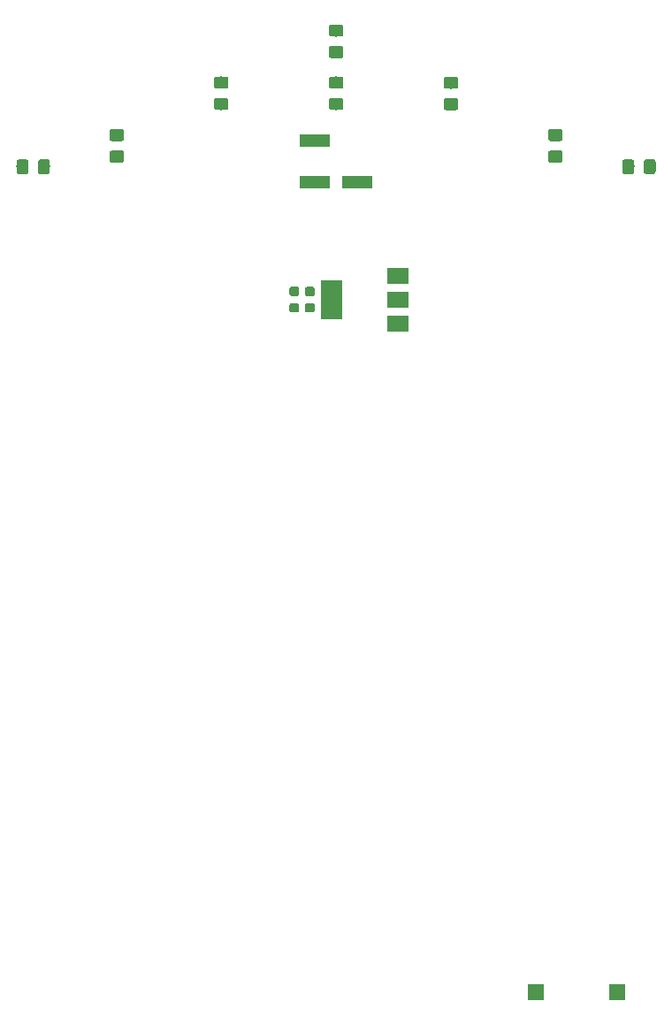
<source format=gbr>
G04 #@! TF.GenerationSoftware,KiCad,Pcbnew,(5.0.1)-3*
G04 #@! TF.CreationDate,2022-06-15T15:11:29+08:00*
G04 #@! TF.ProjectId,Micromouse_V01,4D6963726F6D6F7573655F5630312E6B,rev?*
G04 #@! TF.SameCoordinates,Original*
G04 #@! TF.FileFunction,Paste,Top*
G04 #@! TF.FilePolarity,Positive*
%FSLAX46Y46*%
G04 Gerber Fmt 4.6, Leading zero omitted, Abs format (unit mm)*
G04 Created by KiCad (PCBNEW (5.0.1)-3) date 15-Jun-22 3:11:29 PM*
%MOMM*%
%LPD*%
G01*
G04 APERTURE LIST*
%ADD10R,3.000000X1.250000*%
%ADD11C,0.100000*%
%ADD12C,0.875000*%
%ADD13R,2.000000X1.500000*%
%ADD14R,2.000000X3.800000*%
%ADD15C,1.150000*%
%ADD16R,1.500000X1.500000*%
G04 APERTURE END LIST*
D10*
G04 #@! TO.C,BZ1*
X100000000Y-61500000D03*
X104000000Y-61500000D03*
X100000000Y-57500000D03*
G04 #@! TD*
D11*
G04 #@! TO.C,C1*
G36*
X98277691Y-71505742D02*
X98298926Y-71508892D01*
X98319750Y-71514108D01*
X98339962Y-71521340D01*
X98359368Y-71530519D01*
X98377781Y-71541555D01*
X98395024Y-71554343D01*
X98410930Y-71568759D01*
X98425346Y-71584665D01*
X98438134Y-71601908D01*
X98449170Y-71620321D01*
X98458349Y-71639727D01*
X98465581Y-71659939D01*
X98470797Y-71680763D01*
X98473947Y-71701998D01*
X98475000Y-71723439D01*
X98475000Y-72160939D01*
X98473947Y-72182380D01*
X98470797Y-72203615D01*
X98465581Y-72224439D01*
X98458349Y-72244651D01*
X98449170Y-72264057D01*
X98438134Y-72282470D01*
X98425346Y-72299713D01*
X98410930Y-72315619D01*
X98395024Y-72330035D01*
X98377781Y-72342823D01*
X98359368Y-72353859D01*
X98339962Y-72363038D01*
X98319750Y-72370270D01*
X98298926Y-72375486D01*
X98277691Y-72378636D01*
X98256250Y-72379689D01*
X97743750Y-72379689D01*
X97722309Y-72378636D01*
X97701074Y-72375486D01*
X97680250Y-72370270D01*
X97660038Y-72363038D01*
X97640632Y-72353859D01*
X97622219Y-72342823D01*
X97604976Y-72330035D01*
X97589070Y-72315619D01*
X97574654Y-72299713D01*
X97561866Y-72282470D01*
X97550830Y-72264057D01*
X97541651Y-72244651D01*
X97534419Y-72224439D01*
X97529203Y-72203615D01*
X97526053Y-72182380D01*
X97525000Y-72160939D01*
X97525000Y-71723439D01*
X97526053Y-71701998D01*
X97529203Y-71680763D01*
X97534419Y-71659939D01*
X97541651Y-71639727D01*
X97550830Y-71620321D01*
X97561866Y-71601908D01*
X97574654Y-71584665D01*
X97589070Y-71568759D01*
X97604976Y-71554343D01*
X97622219Y-71541555D01*
X97640632Y-71530519D01*
X97660038Y-71521340D01*
X97680250Y-71514108D01*
X97701074Y-71508892D01*
X97722309Y-71505742D01*
X97743750Y-71504689D01*
X98256250Y-71504689D01*
X98277691Y-71505742D01*
X98277691Y-71505742D01*
G37*
D12*
X98000000Y-71942189D03*
D11*
G36*
X98277691Y-73080742D02*
X98298926Y-73083892D01*
X98319750Y-73089108D01*
X98339962Y-73096340D01*
X98359368Y-73105519D01*
X98377781Y-73116555D01*
X98395024Y-73129343D01*
X98410930Y-73143759D01*
X98425346Y-73159665D01*
X98438134Y-73176908D01*
X98449170Y-73195321D01*
X98458349Y-73214727D01*
X98465581Y-73234939D01*
X98470797Y-73255763D01*
X98473947Y-73276998D01*
X98475000Y-73298439D01*
X98475000Y-73735939D01*
X98473947Y-73757380D01*
X98470797Y-73778615D01*
X98465581Y-73799439D01*
X98458349Y-73819651D01*
X98449170Y-73839057D01*
X98438134Y-73857470D01*
X98425346Y-73874713D01*
X98410930Y-73890619D01*
X98395024Y-73905035D01*
X98377781Y-73917823D01*
X98359368Y-73928859D01*
X98339962Y-73938038D01*
X98319750Y-73945270D01*
X98298926Y-73950486D01*
X98277691Y-73953636D01*
X98256250Y-73954689D01*
X97743750Y-73954689D01*
X97722309Y-73953636D01*
X97701074Y-73950486D01*
X97680250Y-73945270D01*
X97660038Y-73938038D01*
X97640632Y-73928859D01*
X97622219Y-73917823D01*
X97604976Y-73905035D01*
X97589070Y-73890619D01*
X97574654Y-73874713D01*
X97561866Y-73857470D01*
X97550830Y-73839057D01*
X97541651Y-73819651D01*
X97534419Y-73799439D01*
X97529203Y-73778615D01*
X97526053Y-73757380D01*
X97525000Y-73735939D01*
X97525000Y-73298439D01*
X97526053Y-73276998D01*
X97529203Y-73255763D01*
X97534419Y-73234939D01*
X97541651Y-73214727D01*
X97550830Y-73195321D01*
X97561866Y-73176908D01*
X97574654Y-73159665D01*
X97589070Y-73143759D01*
X97604976Y-73129343D01*
X97622219Y-73116555D01*
X97640632Y-73105519D01*
X97660038Y-73096340D01*
X97680250Y-73089108D01*
X97701074Y-73083892D01*
X97722309Y-73080742D01*
X97743750Y-73079689D01*
X98256250Y-73079689D01*
X98277691Y-73080742D01*
X98277691Y-73080742D01*
G37*
D12*
X98000000Y-73517189D03*
G04 #@! TD*
D11*
G04 #@! TO.C,C2*
G36*
X99758359Y-73080742D02*
X99779594Y-73083892D01*
X99800418Y-73089108D01*
X99820630Y-73096340D01*
X99840036Y-73105519D01*
X99858449Y-73116555D01*
X99875692Y-73129343D01*
X99891598Y-73143759D01*
X99906014Y-73159665D01*
X99918802Y-73176908D01*
X99929838Y-73195321D01*
X99939017Y-73214727D01*
X99946249Y-73234939D01*
X99951465Y-73255763D01*
X99954615Y-73276998D01*
X99955668Y-73298439D01*
X99955668Y-73735939D01*
X99954615Y-73757380D01*
X99951465Y-73778615D01*
X99946249Y-73799439D01*
X99939017Y-73819651D01*
X99929838Y-73839057D01*
X99918802Y-73857470D01*
X99906014Y-73874713D01*
X99891598Y-73890619D01*
X99875692Y-73905035D01*
X99858449Y-73917823D01*
X99840036Y-73928859D01*
X99820630Y-73938038D01*
X99800418Y-73945270D01*
X99779594Y-73950486D01*
X99758359Y-73953636D01*
X99736918Y-73954689D01*
X99224418Y-73954689D01*
X99202977Y-73953636D01*
X99181742Y-73950486D01*
X99160918Y-73945270D01*
X99140706Y-73938038D01*
X99121300Y-73928859D01*
X99102887Y-73917823D01*
X99085644Y-73905035D01*
X99069738Y-73890619D01*
X99055322Y-73874713D01*
X99042534Y-73857470D01*
X99031498Y-73839057D01*
X99022319Y-73819651D01*
X99015087Y-73799439D01*
X99009871Y-73778615D01*
X99006721Y-73757380D01*
X99005668Y-73735939D01*
X99005668Y-73298439D01*
X99006721Y-73276998D01*
X99009871Y-73255763D01*
X99015087Y-73234939D01*
X99022319Y-73214727D01*
X99031498Y-73195321D01*
X99042534Y-73176908D01*
X99055322Y-73159665D01*
X99069738Y-73143759D01*
X99085644Y-73129343D01*
X99102887Y-73116555D01*
X99121300Y-73105519D01*
X99140706Y-73096340D01*
X99160918Y-73089108D01*
X99181742Y-73083892D01*
X99202977Y-73080742D01*
X99224418Y-73079689D01*
X99736918Y-73079689D01*
X99758359Y-73080742D01*
X99758359Y-73080742D01*
G37*
D12*
X99480668Y-73517189D03*
D11*
G36*
X99758359Y-71505742D02*
X99779594Y-71508892D01*
X99800418Y-71514108D01*
X99820630Y-71521340D01*
X99840036Y-71530519D01*
X99858449Y-71541555D01*
X99875692Y-71554343D01*
X99891598Y-71568759D01*
X99906014Y-71584665D01*
X99918802Y-71601908D01*
X99929838Y-71620321D01*
X99939017Y-71639727D01*
X99946249Y-71659939D01*
X99951465Y-71680763D01*
X99954615Y-71701998D01*
X99955668Y-71723439D01*
X99955668Y-72160939D01*
X99954615Y-72182380D01*
X99951465Y-72203615D01*
X99946249Y-72224439D01*
X99939017Y-72244651D01*
X99929838Y-72264057D01*
X99918802Y-72282470D01*
X99906014Y-72299713D01*
X99891598Y-72315619D01*
X99875692Y-72330035D01*
X99858449Y-72342823D01*
X99840036Y-72353859D01*
X99820630Y-72363038D01*
X99800418Y-72370270D01*
X99779594Y-72375486D01*
X99758359Y-72378636D01*
X99736918Y-72379689D01*
X99224418Y-72379689D01*
X99202977Y-72378636D01*
X99181742Y-72375486D01*
X99160918Y-72370270D01*
X99140706Y-72363038D01*
X99121300Y-72353859D01*
X99102887Y-72342823D01*
X99085644Y-72330035D01*
X99069738Y-72315619D01*
X99055322Y-72299713D01*
X99042534Y-72282470D01*
X99031498Y-72264057D01*
X99022319Y-72244651D01*
X99015087Y-72224439D01*
X99009871Y-72203615D01*
X99006721Y-72182380D01*
X99005668Y-72160939D01*
X99005668Y-71723439D01*
X99006721Y-71701998D01*
X99009871Y-71680763D01*
X99015087Y-71659939D01*
X99022319Y-71639727D01*
X99031498Y-71620321D01*
X99042534Y-71601908D01*
X99055322Y-71584665D01*
X99069738Y-71568759D01*
X99085644Y-71554343D01*
X99102887Y-71541555D01*
X99121300Y-71530519D01*
X99140706Y-71521340D01*
X99160918Y-71514108D01*
X99181742Y-71508892D01*
X99202977Y-71505742D01*
X99224418Y-71504689D01*
X99736918Y-71504689D01*
X99758359Y-71505742D01*
X99758359Y-71505742D01*
G37*
D12*
X99480668Y-71942189D03*
G04 #@! TD*
D13*
G04 #@! TO.C,U1*
X107880668Y-75029689D03*
X107880668Y-70429689D03*
X107880668Y-72729689D03*
D14*
X101580668Y-72729689D03*
G04 #@! TD*
D11*
G04 #@! TO.C,D1*
G36*
X72324505Y-59301204D02*
X72348773Y-59304804D01*
X72372572Y-59310765D01*
X72395671Y-59319030D01*
X72417850Y-59329520D01*
X72438893Y-59342132D01*
X72458599Y-59356747D01*
X72476777Y-59373223D01*
X72493253Y-59391401D01*
X72507868Y-59411107D01*
X72520480Y-59432150D01*
X72530970Y-59454329D01*
X72539235Y-59477428D01*
X72545196Y-59501227D01*
X72548796Y-59525495D01*
X72550000Y-59549999D01*
X72550000Y-60450001D01*
X72548796Y-60474505D01*
X72545196Y-60498773D01*
X72539235Y-60522572D01*
X72530970Y-60545671D01*
X72520480Y-60567850D01*
X72507868Y-60588893D01*
X72493253Y-60608599D01*
X72476777Y-60626777D01*
X72458599Y-60643253D01*
X72438893Y-60657868D01*
X72417850Y-60670480D01*
X72395671Y-60680970D01*
X72372572Y-60689235D01*
X72348773Y-60695196D01*
X72324505Y-60698796D01*
X72300001Y-60700000D01*
X71649999Y-60700000D01*
X71625495Y-60698796D01*
X71601227Y-60695196D01*
X71577428Y-60689235D01*
X71554329Y-60680970D01*
X71532150Y-60670480D01*
X71511107Y-60657868D01*
X71491401Y-60643253D01*
X71473223Y-60626777D01*
X71456747Y-60608599D01*
X71442132Y-60588893D01*
X71429520Y-60567850D01*
X71419030Y-60545671D01*
X71410765Y-60522572D01*
X71404804Y-60498773D01*
X71401204Y-60474505D01*
X71400000Y-60450001D01*
X71400000Y-59549999D01*
X71401204Y-59525495D01*
X71404804Y-59501227D01*
X71410765Y-59477428D01*
X71419030Y-59454329D01*
X71429520Y-59432150D01*
X71442132Y-59411107D01*
X71456747Y-59391401D01*
X71473223Y-59373223D01*
X71491401Y-59356747D01*
X71511107Y-59342132D01*
X71532150Y-59329520D01*
X71554329Y-59319030D01*
X71577428Y-59310765D01*
X71601227Y-59304804D01*
X71625495Y-59301204D01*
X71649999Y-59300000D01*
X72300001Y-59300000D01*
X72324505Y-59301204D01*
X72324505Y-59301204D01*
G37*
D15*
X71975000Y-60000000D03*
D11*
G36*
X74374505Y-59301204D02*
X74398773Y-59304804D01*
X74422572Y-59310765D01*
X74445671Y-59319030D01*
X74467850Y-59329520D01*
X74488893Y-59342132D01*
X74508599Y-59356747D01*
X74526777Y-59373223D01*
X74543253Y-59391401D01*
X74557868Y-59411107D01*
X74570480Y-59432150D01*
X74580970Y-59454329D01*
X74589235Y-59477428D01*
X74595196Y-59501227D01*
X74598796Y-59525495D01*
X74600000Y-59549999D01*
X74600000Y-60450001D01*
X74598796Y-60474505D01*
X74595196Y-60498773D01*
X74589235Y-60522572D01*
X74580970Y-60545671D01*
X74570480Y-60567850D01*
X74557868Y-60588893D01*
X74543253Y-60608599D01*
X74526777Y-60626777D01*
X74508599Y-60643253D01*
X74488893Y-60657868D01*
X74467850Y-60670480D01*
X74445671Y-60680970D01*
X74422572Y-60689235D01*
X74398773Y-60695196D01*
X74374505Y-60698796D01*
X74350001Y-60700000D01*
X73699999Y-60700000D01*
X73675495Y-60698796D01*
X73651227Y-60695196D01*
X73627428Y-60689235D01*
X73604329Y-60680970D01*
X73582150Y-60670480D01*
X73561107Y-60657868D01*
X73541401Y-60643253D01*
X73523223Y-60626777D01*
X73506747Y-60608599D01*
X73492132Y-60588893D01*
X73479520Y-60567850D01*
X73469030Y-60545671D01*
X73460765Y-60522572D01*
X73454804Y-60498773D01*
X73451204Y-60474505D01*
X73450000Y-60450001D01*
X73450000Y-59549999D01*
X73451204Y-59525495D01*
X73454804Y-59501227D01*
X73460765Y-59477428D01*
X73469030Y-59454329D01*
X73479520Y-59432150D01*
X73492132Y-59411107D01*
X73506747Y-59391401D01*
X73523223Y-59373223D01*
X73541401Y-59356747D01*
X73561107Y-59342132D01*
X73582150Y-59329520D01*
X73604329Y-59319030D01*
X73627428Y-59310765D01*
X73651227Y-59304804D01*
X73675495Y-59301204D01*
X73699999Y-59300000D01*
X74350001Y-59300000D01*
X74374505Y-59301204D01*
X74374505Y-59301204D01*
G37*
D15*
X74025000Y-60000000D03*
G04 #@! TD*
D11*
G04 #@! TO.C,D2*
G36*
X102474505Y-46401204D02*
X102498773Y-46404804D01*
X102522572Y-46410765D01*
X102545671Y-46419030D01*
X102567850Y-46429520D01*
X102588893Y-46442132D01*
X102608599Y-46456747D01*
X102626777Y-46473223D01*
X102643253Y-46491401D01*
X102657868Y-46511107D01*
X102670480Y-46532150D01*
X102680970Y-46554329D01*
X102689235Y-46577428D01*
X102695196Y-46601227D01*
X102698796Y-46625495D01*
X102700000Y-46649999D01*
X102700000Y-47300001D01*
X102698796Y-47324505D01*
X102695196Y-47348773D01*
X102689235Y-47372572D01*
X102680970Y-47395671D01*
X102670480Y-47417850D01*
X102657868Y-47438893D01*
X102643253Y-47458599D01*
X102626777Y-47476777D01*
X102608599Y-47493253D01*
X102588893Y-47507868D01*
X102567850Y-47520480D01*
X102545671Y-47530970D01*
X102522572Y-47539235D01*
X102498773Y-47545196D01*
X102474505Y-47548796D01*
X102450001Y-47550000D01*
X101549999Y-47550000D01*
X101525495Y-47548796D01*
X101501227Y-47545196D01*
X101477428Y-47539235D01*
X101454329Y-47530970D01*
X101432150Y-47520480D01*
X101411107Y-47507868D01*
X101391401Y-47493253D01*
X101373223Y-47476777D01*
X101356747Y-47458599D01*
X101342132Y-47438893D01*
X101329520Y-47417850D01*
X101319030Y-47395671D01*
X101310765Y-47372572D01*
X101304804Y-47348773D01*
X101301204Y-47324505D01*
X101300000Y-47300001D01*
X101300000Y-46649999D01*
X101301204Y-46625495D01*
X101304804Y-46601227D01*
X101310765Y-46577428D01*
X101319030Y-46554329D01*
X101329520Y-46532150D01*
X101342132Y-46511107D01*
X101356747Y-46491401D01*
X101373223Y-46473223D01*
X101391401Y-46456747D01*
X101411107Y-46442132D01*
X101432150Y-46429520D01*
X101454329Y-46419030D01*
X101477428Y-46410765D01*
X101501227Y-46404804D01*
X101525495Y-46401204D01*
X101549999Y-46400000D01*
X102450001Y-46400000D01*
X102474505Y-46401204D01*
X102474505Y-46401204D01*
G37*
D15*
X102000000Y-46975000D03*
D11*
G36*
X102474505Y-48451204D02*
X102498773Y-48454804D01*
X102522572Y-48460765D01*
X102545671Y-48469030D01*
X102567850Y-48479520D01*
X102588893Y-48492132D01*
X102608599Y-48506747D01*
X102626777Y-48523223D01*
X102643253Y-48541401D01*
X102657868Y-48561107D01*
X102670480Y-48582150D01*
X102680970Y-48604329D01*
X102689235Y-48627428D01*
X102695196Y-48651227D01*
X102698796Y-48675495D01*
X102700000Y-48699999D01*
X102700000Y-49350001D01*
X102698796Y-49374505D01*
X102695196Y-49398773D01*
X102689235Y-49422572D01*
X102680970Y-49445671D01*
X102670480Y-49467850D01*
X102657868Y-49488893D01*
X102643253Y-49508599D01*
X102626777Y-49526777D01*
X102608599Y-49543253D01*
X102588893Y-49557868D01*
X102567850Y-49570480D01*
X102545671Y-49580970D01*
X102522572Y-49589235D01*
X102498773Y-49595196D01*
X102474505Y-49598796D01*
X102450001Y-49600000D01*
X101549999Y-49600000D01*
X101525495Y-49598796D01*
X101501227Y-49595196D01*
X101477428Y-49589235D01*
X101454329Y-49580970D01*
X101432150Y-49570480D01*
X101411107Y-49557868D01*
X101391401Y-49543253D01*
X101373223Y-49526777D01*
X101356747Y-49508599D01*
X101342132Y-49488893D01*
X101329520Y-49467850D01*
X101319030Y-49445671D01*
X101310765Y-49422572D01*
X101304804Y-49398773D01*
X101301204Y-49374505D01*
X101300000Y-49350001D01*
X101300000Y-48699999D01*
X101301204Y-48675495D01*
X101304804Y-48651227D01*
X101310765Y-48627428D01*
X101319030Y-48604329D01*
X101329520Y-48582150D01*
X101342132Y-48561107D01*
X101356747Y-48541401D01*
X101373223Y-48523223D01*
X101391401Y-48506747D01*
X101411107Y-48492132D01*
X101432150Y-48479520D01*
X101454329Y-48469030D01*
X101477428Y-48460765D01*
X101501227Y-48454804D01*
X101525495Y-48451204D01*
X101549999Y-48450000D01*
X102450001Y-48450000D01*
X102474505Y-48451204D01*
X102474505Y-48451204D01*
G37*
D15*
X102000000Y-49025000D03*
G04 #@! TD*
D11*
G04 #@! TO.C,D3*
G36*
X130324505Y-59301204D02*
X130348773Y-59304804D01*
X130372572Y-59310765D01*
X130395671Y-59319030D01*
X130417850Y-59329520D01*
X130438893Y-59342132D01*
X130458599Y-59356747D01*
X130476777Y-59373223D01*
X130493253Y-59391401D01*
X130507868Y-59411107D01*
X130520480Y-59432150D01*
X130530970Y-59454329D01*
X130539235Y-59477428D01*
X130545196Y-59501227D01*
X130548796Y-59525495D01*
X130550000Y-59549999D01*
X130550000Y-60450001D01*
X130548796Y-60474505D01*
X130545196Y-60498773D01*
X130539235Y-60522572D01*
X130530970Y-60545671D01*
X130520480Y-60567850D01*
X130507868Y-60588893D01*
X130493253Y-60608599D01*
X130476777Y-60626777D01*
X130458599Y-60643253D01*
X130438893Y-60657868D01*
X130417850Y-60670480D01*
X130395671Y-60680970D01*
X130372572Y-60689235D01*
X130348773Y-60695196D01*
X130324505Y-60698796D01*
X130300001Y-60700000D01*
X129649999Y-60700000D01*
X129625495Y-60698796D01*
X129601227Y-60695196D01*
X129577428Y-60689235D01*
X129554329Y-60680970D01*
X129532150Y-60670480D01*
X129511107Y-60657868D01*
X129491401Y-60643253D01*
X129473223Y-60626777D01*
X129456747Y-60608599D01*
X129442132Y-60588893D01*
X129429520Y-60567850D01*
X129419030Y-60545671D01*
X129410765Y-60522572D01*
X129404804Y-60498773D01*
X129401204Y-60474505D01*
X129400000Y-60450001D01*
X129400000Y-59549999D01*
X129401204Y-59525495D01*
X129404804Y-59501227D01*
X129410765Y-59477428D01*
X129419030Y-59454329D01*
X129429520Y-59432150D01*
X129442132Y-59411107D01*
X129456747Y-59391401D01*
X129473223Y-59373223D01*
X129491401Y-59356747D01*
X129511107Y-59342132D01*
X129532150Y-59329520D01*
X129554329Y-59319030D01*
X129577428Y-59310765D01*
X129601227Y-59304804D01*
X129625495Y-59301204D01*
X129649999Y-59300000D01*
X130300001Y-59300000D01*
X130324505Y-59301204D01*
X130324505Y-59301204D01*
G37*
D15*
X129975000Y-60000000D03*
D11*
G36*
X132374505Y-59301204D02*
X132398773Y-59304804D01*
X132422572Y-59310765D01*
X132445671Y-59319030D01*
X132467850Y-59329520D01*
X132488893Y-59342132D01*
X132508599Y-59356747D01*
X132526777Y-59373223D01*
X132543253Y-59391401D01*
X132557868Y-59411107D01*
X132570480Y-59432150D01*
X132580970Y-59454329D01*
X132589235Y-59477428D01*
X132595196Y-59501227D01*
X132598796Y-59525495D01*
X132600000Y-59549999D01*
X132600000Y-60450001D01*
X132598796Y-60474505D01*
X132595196Y-60498773D01*
X132589235Y-60522572D01*
X132580970Y-60545671D01*
X132570480Y-60567850D01*
X132557868Y-60588893D01*
X132543253Y-60608599D01*
X132526777Y-60626777D01*
X132508599Y-60643253D01*
X132488893Y-60657868D01*
X132467850Y-60670480D01*
X132445671Y-60680970D01*
X132422572Y-60689235D01*
X132398773Y-60695196D01*
X132374505Y-60698796D01*
X132350001Y-60700000D01*
X131699999Y-60700000D01*
X131675495Y-60698796D01*
X131651227Y-60695196D01*
X131627428Y-60689235D01*
X131604329Y-60680970D01*
X131582150Y-60670480D01*
X131561107Y-60657868D01*
X131541401Y-60643253D01*
X131523223Y-60626777D01*
X131506747Y-60608599D01*
X131492132Y-60588893D01*
X131479520Y-60567850D01*
X131469030Y-60545671D01*
X131460765Y-60522572D01*
X131454804Y-60498773D01*
X131451204Y-60474505D01*
X131450000Y-60450001D01*
X131450000Y-59549999D01*
X131451204Y-59525495D01*
X131454804Y-59501227D01*
X131460765Y-59477428D01*
X131469030Y-59454329D01*
X131479520Y-59432150D01*
X131492132Y-59411107D01*
X131506747Y-59391401D01*
X131523223Y-59373223D01*
X131541401Y-59356747D01*
X131561107Y-59342132D01*
X131582150Y-59329520D01*
X131604329Y-59319030D01*
X131627428Y-59310765D01*
X131651227Y-59304804D01*
X131675495Y-59301204D01*
X131699999Y-59300000D01*
X132350001Y-59300000D01*
X132374505Y-59301204D01*
X132374505Y-59301204D01*
G37*
D15*
X132025000Y-60000000D03*
G04 #@! TD*
D11*
G04 #@! TO.C,D4*
G36*
X81474505Y-56401204D02*
X81498773Y-56404804D01*
X81522572Y-56410765D01*
X81545671Y-56419030D01*
X81567850Y-56429520D01*
X81588893Y-56442132D01*
X81608599Y-56456747D01*
X81626777Y-56473223D01*
X81643253Y-56491401D01*
X81657868Y-56511107D01*
X81670480Y-56532150D01*
X81680970Y-56554329D01*
X81689235Y-56577428D01*
X81695196Y-56601227D01*
X81698796Y-56625495D01*
X81700000Y-56649999D01*
X81700000Y-57300001D01*
X81698796Y-57324505D01*
X81695196Y-57348773D01*
X81689235Y-57372572D01*
X81680970Y-57395671D01*
X81670480Y-57417850D01*
X81657868Y-57438893D01*
X81643253Y-57458599D01*
X81626777Y-57476777D01*
X81608599Y-57493253D01*
X81588893Y-57507868D01*
X81567850Y-57520480D01*
X81545671Y-57530970D01*
X81522572Y-57539235D01*
X81498773Y-57545196D01*
X81474505Y-57548796D01*
X81450001Y-57550000D01*
X80549999Y-57550000D01*
X80525495Y-57548796D01*
X80501227Y-57545196D01*
X80477428Y-57539235D01*
X80454329Y-57530970D01*
X80432150Y-57520480D01*
X80411107Y-57507868D01*
X80391401Y-57493253D01*
X80373223Y-57476777D01*
X80356747Y-57458599D01*
X80342132Y-57438893D01*
X80329520Y-57417850D01*
X80319030Y-57395671D01*
X80310765Y-57372572D01*
X80304804Y-57348773D01*
X80301204Y-57324505D01*
X80300000Y-57300001D01*
X80300000Y-56649999D01*
X80301204Y-56625495D01*
X80304804Y-56601227D01*
X80310765Y-56577428D01*
X80319030Y-56554329D01*
X80329520Y-56532150D01*
X80342132Y-56511107D01*
X80356747Y-56491401D01*
X80373223Y-56473223D01*
X80391401Y-56456747D01*
X80411107Y-56442132D01*
X80432150Y-56429520D01*
X80454329Y-56419030D01*
X80477428Y-56410765D01*
X80501227Y-56404804D01*
X80525495Y-56401204D01*
X80549999Y-56400000D01*
X81450001Y-56400000D01*
X81474505Y-56401204D01*
X81474505Y-56401204D01*
G37*
D15*
X81000000Y-56975000D03*
D11*
G36*
X81474505Y-58451204D02*
X81498773Y-58454804D01*
X81522572Y-58460765D01*
X81545671Y-58469030D01*
X81567850Y-58479520D01*
X81588893Y-58492132D01*
X81608599Y-58506747D01*
X81626777Y-58523223D01*
X81643253Y-58541401D01*
X81657868Y-58561107D01*
X81670480Y-58582150D01*
X81680970Y-58604329D01*
X81689235Y-58627428D01*
X81695196Y-58651227D01*
X81698796Y-58675495D01*
X81700000Y-58699999D01*
X81700000Y-59350001D01*
X81698796Y-59374505D01*
X81695196Y-59398773D01*
X81689235Y-59422572D01*
X81680970Y-59445671D01*
X81670480Y-59467850D01*
X81657868Y-59488893D01*
X81643253Y-59508599D01*
X81626777Y-59526777D01*
X81608599Y-59543253D01*
X81588893Y-59557868D01*
X81567850Y-59570480D01*
X81545671Y-59580970D01*
X81522572Y-59589235D01*
X81498773Y-59595196D01*
X81474505Y-59598796D01*
X81450001Y-59600000D01*
X80549999Y-59600000D01*
X80525495Y-59598796D01*
X80501227Y-59595196D01*
X80477428Y-59589235D01*
X80454329Y-59580970D01*
X80432150Y-59570480D01*
X80411107Y-59557868D01*
X80391401Y-59543253D01*
X80373223Y-59526777D01*
X80356747Y-59508599D01*
X80342132Y-59488893D01*
X80329520Y-59467850D01*
X80319030Y-59445671D01*
X80310765Y-59422572D01*
X80304804Y-59398773D01*
X80301204Y-59374505D01*
X80300000Y-59350001D01*
X80300000Y-58699999D01*
X80301204Y-58675495D01*
X80304804Y-58651227D01*
X80310765Y-58627428D01*
X80319030Y-58604329D01*
X80329520Y-58582150D01*
X80342132Y-58561107D01*
X80356747Y-58541401D01*
X80373223Y-58523223D01*
X80391401Y-58506747D01*
X80411107Y-58492132D01*
X80432150Y-58479520D01*
X80454329Y-58469030D01*
X80477428Y-58460765D01*
X80501227Y-58454804D01*
X80525495Y-58451204D01*
X80549999Y-58450000D01*
X81450001Y-58450000D01*
X81474505Y-58451204D01*
X81474505Y-58451204D01*
G37*
D15*
X81000000Y-59025000D03*
G04 #@! TD*
D11*
G04 #@! TO.C,D5*
G36*
X91474505Y-53426204D02*
X91498773Y-53429804D01*
X91522572Y-53435765D01*
X91545671Y-53444030D01*
X91567850Y-53454520D01*
X91588893Y-53467132D01*
X91608599Y-53481747D01*
X91626777Y-53498223D01*
X91643253Y-53516401D01*
X91657868Y-53536107D01*
X91670480Y-53557150D01*
X91680970Y-53579329D01*
X91689235Y-53602428D01*
X91695196Y-53626227D01*
X91698796Y-53650495D01*
X91700000Y-53674999D01*
X91700000Y-54325001D01*
X91698796Y-54349505D01*
X91695196Y-54373773D01*
X91689235Y-54397572D01*
X91680970Y-54420671D01*
X91670480Y-54442850D01*
X91657868Y-54463893D01*
X91643253Y-54483599D01*
X91626777Y-54501777D01*
X91608599Y-54518253D01*
X91588893Y-54532868D01*
X91567850Y-54545480D01*
X91545671Y-54555970D01*
X91522572Y-54564235D01*
X91498773Y-54570196D01*
X91474505Y-54573796D01*
X91450001Y-54575000D01*
X90549999Y-54575000D01*
X90525495Y-54573796D01*
X90501227Y-54570196D01*
X90477428Y-54564235D01*
X90454329Y-54555970D01*
X90432150Y-54545480D01*
X90411107Y-54532868D01*
X90391401Y-54518253D01*
X90373223Y-54501777D01*
X90356747Y-54483599D01*
X90342132Y-54463893D01*
X90329520Y-54442850D01*
X90319030Y-54420671D01*
X90310765Y-54397572D01*
X90304804Y-54373773D01*
X90301204Y-54349505D01*
X90300000Y-54325001D01*
X90300000Y-53674999D01*
X90301204Y-53650495D01*
X90304804Y-53626227D01*
X90310765Y-53602428D01*
X90319030Y-53579329D01*
X90329520Y-53557150D01*
X90342132Y-53536107D01*
X90356747Y-53516401D01*
X90373223Y-53498223D01*
X90391401Y-53481747D01*
X90411107Y-53467132D01*
X90432150Y-53454520D01*
X90454329Y-53444030D01*
X90477428Y-53435765D01*
X90501227Y-53429804D01*
X90525495Y-53426204D01*
X90549999Y-53425000D01*
X91450001Y-53425000D01*
X91474505Y-53426204D01*
X91474505Y-53426204D01*
G37*
D15*
X91000000Y-54000000D03*
D11*
G36*
X91474505Y-51376204D02*
X91498773Y-51379804D01*
X91522572Y-51385765D01*
X91545671Y-51394030D01*
X91567850Y-51404520D01*
X91588893Y-51417132D01*
X91608599Y-51431747D01*
X91626777Y-51448223D01*
X91643253Y-51466401D01*
X91657868Y-51486107D01*
X91670480Y-51507150D01*
X91680970Y-51529329D01*
X91689235Y-51552428D01*
X91695196Y-51576227D01*
X91698796Y-51600495D01*
X91700000Y-51624999D01*
X91700000Y-52275001D01*
X91698796Y-52299505D01*
X91695196Y-52323773D01*
X91689235Y-52347572D01*
X91680970Y-52370671D01*
X91670480Y-52392850D01*
X91657868Y-52413893D01*
X91643253Y-52433599D01*
X91626777Y-52451777D01*
X91608599Y-52468253D01*
X91588893Y-52482868D01*
X91567850Y-52495480D01*
X91545671Y-52505970D01*
X91522572Y-52514235D01*
X91498773Y-52520196D01*
X91474505Y-52523796D01*
X91450001Y-52525000D01*
X90549999Y-52525000D01*
X90525495Y-52523796D01*
X90501227Y-52520196D01*
X90477428Y-52514235D01*
X90454329Y-52505970D01*
X90432150Y-52495480D01*
X90411107Y-52482868D01*
X90391401Y-52468253D01*
X90373223Y-52451777D01*
X90356747Y-52433599D01*
X90342132Y-52413893D01*
X90329520Y-52392850D01*
X90319030Y-52370671D01*
X90310765Y-52347572D01*
X90304804Y-52323773D01*
X90301204Y-52299505D01*
X90300000Y-52275001D01*
X90300000Y-51624999D01*
X90301204Y-51600495D01*
X90304804Y-51576227D01*
X90310765Y-51552428D01*
X90319030Y-51529329D01*
X90329520Y-51507150D01*
X90342132Y-51486107D01*
X90356747Y-51466401D01*
X90373223Y-51448223D01*
X90391401Y-51431747D01*
X90411107Y-51417132D01*
X90432150Y-51404520D01*
X90454329Y-51394030D01*
X90477428Y-51385765D01*
X90501227Y-51379804D01*
X90525495Y-51376204D01*
X90549999Y-51375000D01*
X91450001Y-51375000D01*
X91474505Y-51376204D01*
X91474505Y-51376204D01*
G37*
D15*
X91000000Y-51950000D03*
G04 #@! TD*
D11*
G04 #@! TO.C,D6*
G36*
X102474505Y-51376204D02*
X102498773Y-51379804D01*
X102522572Y-51385765D01*
X102545671Y-51394030D01*
X102567850Y-51404520D01*
X102588893Y-51417132D01*
X102608599Y-51431747D01*
X102626777Y-51448223D01*
X102643253Y-51466401D01*
X102657868Y-51486107D01*
X102670480Y-51507150D01*
X102680970Y-51529329D01*
X102689235Y-51552428D01*
X102695196Y-51576227D01*
X102698796Y-51600495D01*
X102700000Y-51624999D01*
X102700000Y-52275001D01*
X102698796Y-52299505D01*
X102695196Y-52323773D01*
X102689235Y-52347572D01*
X102680970Y-52370671D01*
X102670480Y-52392850D01*
X102657868Y-52413893D01*
X102643253Y-52433599D01*
X102626777Y-52451777D01*
X102608599Y-52468253D01*
X102588893Y-52482868D01*
X102567850Y-52495480D01*
X102545671Y-52505970D01*
X102522572Y-52514235D01*
X102498773Y-52520196D01*
X102474505Y-52523796D01*
X102450001Y-52525000D01*
X101549999Y-52525000D01*
X101525495Y-52523796D01*
X101501227Y-52520196D01*
X101477428Y-52514235D01*
X101454329Y-52505970D01*
X101432150Y-52495480D01*
X101411107Y-52482868D01*
X101391401Y-52468253D01*
X101373223Y-52451777D01*
X101356747Y-52433599D01*
X101342132Y-52413893D01*
X101329520Y-52392850D01*
X101319030Y-52370671D01*
X101310765Y-52347572D01*
X101304804Y-52323773D01*
X101301204Y-52299505D01*
X101300000Y-52275001D01*
X101300000Y-51624999D01*
X101301204Y-51600495D01*
X101304804Y-51576227D01*
X101310765Y-51552428D01*
X101319030Y-51529329D01*
X101329520Y-51507150D01*
X101342132Y-51486107D01*
X101356747Y-51466401D01*
X101373223Y-51448223D01*
X101391401Y-51431747D01*
X101411107Y-51417132D01*
X101432150Y-51404520D01*
X101454329Y-51394030D01*
X101477428Y-51385765D01*
X101501227Y-51379804D01*
X101525495Y-51376204D01*
X101549999Y-51375000D01*
X102450001Y-51375000D01*
X102474505Y-51376204D01*
X102474505Y-51376204D01*
G37*
D15*
X102000000Y-51950000D03*
D11*
G36*
X102474505Y-53426204D02*
X102498773Y-53429804D01*
X102522572Y-53435765D01*
X102545671Y-53444030D01*
X102567850Y-53454520D01*
X102588893Y-53467132D01*
X102608599Y-53481747D01*
X102626777Y-53498223D01*
X102643253Y-53516401D01*
X102657868Y-53536107D01*
X102670480Y-53557150D01*
X102680970Y-53579329D01*
X102689235Y-53602428D01*
X102695196Y-53626227D01*
X102698796Y-53650495D01*
X102700000Y-53674999D01*
X102700000Y-54325001D01*
X102698796Y-54349505D01*
X102695196Y-54373773D01*
X102689235Y-54397572D01*
X102680970Y-54420671D01*
X102670480Y-54442850D01*
X102657868Y-54463893D01*
X102643253Y-54483599D01*
X102626777Y-54501777D01*
X102608599Y-54518253D01*
X102588893Y-54532868D01*
X102567850Y-54545480D01*
X102545671Y-54555970D01*
X102522572Y-54564235D01*
X102498773Y-54570196D01*
X102474505Y-54573796D01*
X102450001Y-54575000D01*
X101549999Y-54575000D01*
X101525495Y-54573796D01*
X101501227Y-54570196D01*
X101477428Y-54564235D01*
X101454329Y-54555970D01*
X101432150Y-54545480D01*
X101411107Y-54532868D01*
X101391401Y-54518253D01*
X101373223Y-54501777D01*
X101356747Y-54483599D01*
X101342132Y-54463893D01*
X101329520Y-54442850D01*
X101319030Y-54420671D01*
X101310765Y-54397572D01*
X101304804Y-54373773D01*
X101301204Y-54349505D01*
X101300000Y-54325001D01*
X101300000Y-53674999D01*
X101301204Y-53650495D01*
X101304804Y-53626227D01*
X101310765Y-53602428D01*
X101319030Y-53579329D01*
X101329520Y-53557150D01*
X101342132Y-53536107D01*
X101356747Y-53516401D01*
X101373223Y-53498223D01*
X101391401Y-53481747D01*
X101411107Y-53467132D01*
X101432150Y-53454520D01*
X101454329Y-53444030D01*
X101477428Y-53435765D01*
X101501227Y-53429804D01*
X101525495Y-53426204D01*
X101549999Y-53425000D01*
X102450001Y-53425000D01*
X102474505Y-53426204D01*
X102474505Y-53426204D01*
G37*
D15*
X102000000Y-54000000D03*
G04 #@! TD*
D11*
G04 #@! TO.C,D7*
G36*
X113474505Y-51401204D02*
X113498773Y-51404804D01*
X113522572Y-51410765D01*
X113545671Y-51419030D01*
X113567850Y-51429520D01*
X113588893Y-51442132D01*
X113608599Y-51456747D01*
X113626777Y-51473223D01*
X113643253Y-51491401D01*
X113657868Y-51511107D01*
X113670480Y-51532150D01*
X113680970Y-51554329D01*
X113689235Y-51577428D01*
X113695196Y-51601227D01*
X113698796Y-51625495D01*
X113700000Y-51649999D01*
X113700000Y-52300001D01*
X113698796Y-52324505D01*
X113695196Y-52348773D01*
X113689235Y-52372572D01*
X113680970Y-52395671D01*
X113670480Y-52417850D01*
X113657868Y-52438893D01*
X113643253Y-52458599D01*
X113626777Y-52476777D01*
X113608599Y-52493253D01*
X113588893Y-52507868D01*
X113567850Y-52520480D01*
X113545671Y-52530970D01*
X113522572Y-52539235D01*
X113498773Y-52545196D01*
X113474505Y-52548796D01*
X113450001Y-52550000D01*
X112549999Y-52550000D01*
X112525495Y-52548796D01*
X112501227Y-52545196D01*
X112477428Y-52539235D01*
X112454329Y-52530970D01*
X112432150Y-52520480D01*
X112411107Y-52507868D01*
X112391401Y-52493253D01*
X112373223Y-52476777D01*
X112356747Y-52458599D01*
X112342132Y-52438893D01*
X112329520Y-52417850D01*
X112319030Y-52395671D01*
X112310765Y-52372572D01*
X112304804Y-52348773D01*
X112301204Y-52324505D01*
X112300000Y-52300001D01*
X112300000Y-51649999D01*
X112301204Y-51625495D01*
X112304804Y-51601227D01*
X112310765Y-51577428D01*
X112319030Y-51554329D01*
X112329520Y-51532150D01*
X112342132Y-51511107D01*
X112356747Y-51491401D01*
X112373223Y-51473223D01*
X112391401Y-51456747D01*
X112411107Y-51442132D01*
X112432150Y-51429520D01*
X112454329Y-51419030D01*
X112477428Y-51410765D01*
X112501227Y-51404804D01*
X112525495Y-51401204D01*
X112549999Y-51400000D01*
X113450001Y-51400000D01*
X113474505Y-51401204D01*
X113474505Y-51401204D01*
G37*
D15*
X113000000Y-51975000D03*
D11*
G36*
X113474505Y-53451204D02*
X113498773Y-53454804D01*
X113522572Y-53460765D01*
X113545671Y-53469030D01*
X113567850Y-53479520D01*
X113588893Y-53492132D01*
X113608599Y-53506747D01*
X113626777Y-53523223D01*
X113643253Y-53541401D01*
X113657868Y-53561107D01*
X113670480Y-53582150D01*
X113680970Y-53604329D01*
X113689235Y-53627428D01*
X113695196Y-53651227D01*
X113698796Y-53675495D01*
X113700000Y-53699999D01*
X113700000Y-54350001D01*
X113698796Y-54374505D01*
X113695196Y-54398773D01*
X113689235Y-54422572D01*
X113680970Y-54445671D01*
X113670480Y-54467850D01*
X113657868Y-54488893D01*
X113643253Y-54508599D01*
X113626777Y-54526777D01*
X113608599Y-54543253D01*
X113588893Y-54557868D01*
X113567850Y-54570480D01*
X113545671Y-54580970D01*
X113522572Y-54589235D01*
X113498773Y-54595196D01*
X113474505Y-54598796D01*
X113450001Y-54600000D01*
X112549999Y-54600000D01*
X112525495Y-54598796D01*
X112501227Y-54595196D01*
X112477428Y-54589235D01*
X112454329Y-54580970D01*
X112432150Y-54570480D01*
X112411107Y-54557868D01*
X112391401Y-54543253D01*
X112373223Y-54526777D01*
X112356747Y-54508599D01*
X112342132Y-54488893D01*
X112329520Y-54467850D01*
X112319030Y-54445671D01*
X112310765Y-54422572D01*
X112304804Y-54398773D01*
X112301204Y-54374505D01*
X112300000Y-54350001D01*
X112300000Y-53699999D01*
X112301204Y-53675495D01*
X112304804Y-53651227D01*
X112310765Y-53627428D01*
X112319030Y-53604329D01*
X112329520Y-53582150D01*
X112342132Y-53561107D01*
X112356747Y-53541401D01*
X112373223Y-53523223D01*
X112391401Y-53506747D01*
X112411107Y-53492132D01*
X112432150Y-53479520D01*
X112454329Y-53469030D01*
X112477428Y-53460765D01*
X112501227Y-53454804D01*
X112525495Y-53451204D01*
X112549999Y-53450000D01*
X113450001Y-53450000D01*
X113474505Y-53451204D01*
X113474505Y-53451204D01*
G37*
D15*
X113000000Y-54025000D03*
G04 #@! TD*
D11*
G04 #@! TO.C,D8*
G36*
X123474505Y-58451204D02*
X123498773Y-58454804D01*
X123522572Y-58460765D01*
X123545671Y-58469030D01*
X123567850Y-58479520D01*
X123588893Y-58492132D01*
X123608599Y-58506747D01*
X123626777Y-58523223D01*
X123643253Y-58541401D01*
X123657868Y-58561107D01*
X123670480Y-58582150D01*
X123680970Y-58604329D01*
X123689235Y-58627428D01*
X123695196Y-58651227D01*
X123698796Y-58675495D01*
X123700000Y-58699999D01*
X123700000Y-59350001D01*
X123698796Y-59374505D01*
X123695196Y-59398773D01*
X123689235Y-59422572D01*
X123680970Y-59445671D01*
X123670480Y-59467850D01*
X123657868Y-59488893D01*
X123643253Y-59508599D01*
X123626777Y-59526777D01*
X123608599Y-59543253D01*
X123588893Y-59557868D01*
X123567850Y-59570480D01*
X123545671Y-59580970D01*
X123522572Y-59589235D01*
X123498773Y-59595196D01*
X123474505Y-59598796D01*
X123450001Y-59600000D01*
X122549999Y-59600000D01*
X122525495Y-59598796D01*
X122501227Y-59595196D01*
X122477428Y-59589235D01*
X122454329Y-59580970D01*
X122432150Y-59570480D01*
X122411107Y-59557868D01*
X122391401Y-59543253D01*
X122373223Y-59526777D01*
X122356747Y-59508599D01*
X122342132Y-59488893D01*
X122329520Y-59467850D01*
X122319030Y-59445671D01*
X122310765Y-59422572D01*
X122304804Y-59398773D01*
X122301204Y-59374505D01*
X122300000Y-59350001D01*
X122300000Y-58699999D01*
X122301204Y-58675495D01*
X122304804Y-58651227D01*
X122310765Y-58627428D01*
X122319030Y-58604329D01*
X122329520Y-58582150D01*
X122342132Y-58561107D01*
X122356747Y-58541401D01*
X122373223Y-58523223D01*
X122391401Y-58506747D01*
X122411107Y-58492132D01*
X122432150Y-58479520D01*
X122454329Y-58469030D01*
X122477428Y-58460765D01*
X122501227Y-58454804D01*
X122525495Y-58451204D01*
X122549999Y-58450000D01*
X123450001Y-58450000D01*
X123474505Y-58451204D01*
X123474505Y-58451204D01*
G37*
D15*
X123000000Y-59025000D03*
D11*
G36*
X123474505Y-56401204D02*
X123498773Y-56404804D01*
X123522572Y-56410765D01*
X123545671Y-56419030D01*
X123567850Y-56429520D01*
X123588893Y-56442132D01*
X123608599Y-56456747D01*
X123626777Y-56473223D01*
X123643253Y-56491401D01*
X123657868Y-56511107D01*
X123670480Y-56532150D01*
X123680970Y-56554329D01*
X123689235Y-56577428D01*
X123695196Y-56601227D01*
X123698796Y-56625495D01*
X123700000Y-56649999D01*
X123700000Y-57300001D01*
X123698796Y-57324505D01*
X123695196Y-57348773D01*
X123689235Y-57372572D01*
X123680970Y-57395671D01*
X123670480Y-57417850D01*
X123657868Y-57438893D01*
X123643253Y-57458599D01*
X123626777Y-57476777D01*
X123608599Y-57493253D01*
X123588893Y-57507868D01*
X123567850Y-57520480D01*
X123545671Y-57530970D01*
X123522572Y-57539235D01*
X123498773Y-57545196D01*
X123474505Y-57548796D01*
X123450001Y-57550000D01*
X122549999Y-57550000D01*
X122525495Y-57548796D01*
X122501227Y-57545196D01*
X122477428Y-57539235D01*
X122454329Y-57530970D01*
X122432150Y-57520480D01*
X122411107Y-57507868D01*
X122391401Y-57493253D01*
X122373223Y-57476777D01*
X122356747Y-57458599D01*
X122342132Y-57438893D01*
X122329520Y-57417850D01*
X122319030Y-57395671D01*
X122310765Y-57372572D01*
X122304804Y-57348773D01*
X122301204Y-57324505D01*
X122300000Y-57300001D01*
X122300000Y-56649999D01*
X122301204Y-56625495D01*
X122304804Y-56601227D01*
X122310765Y-56577428D01*
X122319030Y-56554329D01*
X122329520Y-56532150D01*
X122342132Y-56511107D01*
X122356747Y-56491401D01*
X122373223Y-56473223D01*
X122391401Y-56456747D01*
X122411107Y-56442132D01*
X122432150Y-56429520D01*
X122454329Y-56419030D01*
X122477428Y-56410765D01*
X122501227Y-56404804D01*
X122525495Y-56401204D01*
X122549999Y-56400000D01*
X123450001Y-56400000D01*
X123474505Y-56401204D01*
X123474505Y-56401204D01*
G37*
D15*
X123000000Y-56975000D03*
G04 #@! TD*
D16*
G04 #@! TO.C,SW3*
X128900000Y-139000000D03*
X121100000Y-139000000D03*
G04 #@! TD*
M02*

</source>
